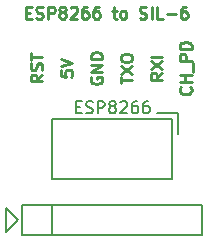
<source format=gbr>
G04 #@! TF.FileFunction,Legend,Top*
%FSLAX46Y46*%
G04 Gerber Fmt 4.6, Leading zero omitted, Abs format (unit mm)*
G04 Created by KiCad (PCBNEW (2015-03-11 BZR 5507)-product) date Thu 12 Mar 2015 01:37:59 PM CET*
%MOMM*%
G01*
G04 APERTURE LIST*
%ADD10C,0.100000*%
%ADD11C,0.250000*%
%ADD12C,0.200000*%
G04 APERTURE END LIST*
D10*
D11*
X171107143Y-105735238D02*
X171154762Y-105782857D01*
X171202381Y-105925714D01*
X171202381Y-106020952D01*
X171154762Y-106163810D01*
X171059524Y-106259048D01*
X170964286Y-106306667D01*
X170773810Y-106354286D01*
X170630952Y-106354286D01*
X170440476Y-106306667D01*
X170345238Y-106259048D01*
X170250000Y-106163810D01*
X170202381Y-106020952D01*
X170202381Y-105925714D01*
X170250000Y-105782857D01*
X170297619Y-105735238D01*
X171202381Y-105306667D02*
X170202381Y-105306667D01*
X170678571Y-105306667D02*
X170678571Y-104735238D01*
X171202381Y-104735238D02*
X170202381Y-104735238D01*
X171297619Y-104497143D02*
X171297619Y-103735238D01*
X171202381Y-103497143D02*
X170202381Y-103497143D01*
X170202381Y-103116190D01*
X170250000Y-103020952D01*
X170297619Y-102973333D01*
X170392857Y-102925714D01*
X170535714Y-102925714D01*
X170630952Y-102973333D01*
X170678571Y-103020952D01*
X170726190Y-103116190D01*
X170726190Y-103497143D01*
X171202381Y-102497143D02*
X170202381Y-102497143D01*
X170202381Y-102259048D01*
X170250000Y-102116190D01*
X170345238Y-102020952D01*
X170440476Y-101973333D01*
X170630952Y-101925714D01*
X170773810Y-101925714D01*
X170964286Y-101973333D01*
X171059524Y-102020952D01*
X171154762Y-102116190D01*
X171202381Y-102259048D01*
X171202381Y-102497143D01*
X168727381Y-104544761D02*
X168251190Y-104878095D01*
X168727381Y-105116190D02*
X167727381Y-105116190D01*
X167727381Y-104735237D01*
X167775000Y-104639999D01*
X167822619Y-104592380D01*
X167917857Y-104544761D01*
X168060714Y-104544761D01*
X168155952Y-104592380D01*
X168203571Y-104639999D01*
X168251190Y-104735237D01*
X168251190Y-105116190D01*
X167727381Y-104211428D02*
X168727381Y-103544761D01*
X167727381Y-103544761D02*
X168727381Y-104211428D01*
X168727381Y-103163809D02*
X167727381Y-103163809D01*
X165187381Y-105425714D02*
X165187381Y-104854285D01*
X166187381Y-105140000D02*
X165187381Y-105140000D01*
X165187381Y-104616190D02*
X166187381Y-103949523D01*
X165187381Y-103949523D02*
X166187381Y-104616190D01*
X165187381Y-103378095D02*
X165187381Y-103187618D01*
X165235000Y-103092380D01*
X165330238Y-102997142D01*
X165520714Y-102949523D01*
X165854048Y-102949523D01*
X166044524Y-102997142D01*
X166139762Y-103092380D01*
X166187381Y-103187618D01*
X166187381Y-103378095D01*
X166139762Y-103473333D01*
X166044524Y-103568571D01*
X165854048Y-103616190D01*
X165520714Y-103616190D01*
X165330238Y-103568571D01*
X165235000Y-103473333D01*
X165187381Y-103378095D01*
X162695000Y-104901904D02*
X162647381Y-104997142D01*
X162647381Y-105139999D01*
X162695000Y-105282857D01*
X162790238Y-105378095D01*
X162885476Y-105425714D01*
X163075952Y-105473333D01*
X163218810Y-105473333D01*
X163409286Y-105425714D01*
X163504524Y-105378095D01*
X163599762Y-105282857D01*
X163647381Y-105139999D01*
X163647381Y-105044761D01*
X163599762Y-104901904D01*
X163552143Y-104854285D01*
X163218810Y-104854285D01*
X163218810Y-105044761D01*
X163647381Y-104425714D02*
X162647381Y-104425714D01*
X163647381Y-103854285D01*
X162647381Y-103854285D01*
X163647381Y-103378095D02*
X162647381Y-103378095D01*
X162647381Y-103140000D01*
X162695000Y-102997142D01*
X162790238Y-102901904D01*
X162885476Y-102854285D01*
X163075952Y-102806666D01*
X163218810Y-102806666D01*
X163409286Y-102854285D01*
X163504524Y-102901904D01*
X163599762Y-102997142D01*
X163647381Y-103140000D01*
X163647381Y-103378095D01*
X160107381Y-104330476D02*
X160107381Y-104806667D01*
X160583571Y-104854286D01*
X160535952Y-104806667D01*
X160488333Y-104711429D01*
X160488333Y-104473333D01*
X160535952Y-104378095D01*
X160583571Y-104330476D01*
X160678810Y-104282857D01*
X160916905Y-104282857D01*
X161012143Y-104330476D01*
X161059762Y-104378095D01*
X161107381Y-104473333D01*
X161107381Y-104711429D01*
X161059762Y-104806667D01*
X161012143Y-104854286D01*
X160107381Y-103997143D02*
X161107381Y-103663810D01*
X160107381Y-103330476D01*
X158567381Y-104687619D02*
X158091190Y-105020953D01*
X158567381Y-105259048D02*
X157567381Y-105259048D01*
X157567381Y-104878095D01*
X157615000Y-104782857D01*
X157662619Y-104735238D01*
X157757857Y-104687619D01*
X157900714Y-104687619D01*
X157995952Y-104735238D01*
X158043571Y-104782857D01*
X158091190Y-104878095D01*
X158091190Y-105259048D01*
X158519762Y-104306667D02*
X158567381Y-104163810D01*
X158567381Y-103925714D01*
X158519762Y-103830476D01*
X158472143Y-103782857D01*
X158376905Y-103735238D01*
X158281667Y-103735238D01*
X158186429Y-103782857D01*
X158138810Y-103830476D01*
X158091190Y-103925714D01*
X158043571Y-104116191D01*
X157995952Y-104211429D01*
X157948333Y-104259048D01*
X157853095Y-104306667D01*
X157757857Y-104306667D01*
X157662619Y-104259048D01*
X157615000Y-104211429D01*
X157567381Y-104116191D01*
X157567381Y-103878095D01*
X157615000Y-103735238D01*
X157567381Y-103449524D02*
X157567381Y-102878095D01*
X158567381Y-103163810D02*
X157567381Y-103163810D01*
X157190476Y-99428571D02*
X157523810Y-99428571D01*
X157666667Y-99952381D02*
X157190476Y-99952381D01*
X157190476Y-98952381D01*
X157666667Y-98952381D01*
X158047619Y-99904762D02*
X158190476Y-99952381D01*
X158428572Y-99952381D01*
X158523810Y-99904762D01*
X158571429Y-99857143D01*
X158619048Y-99761905D01*
X158619048Y-99666667D01*
X158571429Y-99571429D01*
X158523810Y-99523810D01*
X158428572Y-99476190D01*
X158238095Y-99428571D01*
X158142857Y-99380952D01*
X158095238Y-99333333D01*
X158047619Y-99238095D01*
X158047619Y-99142857D01*
X158095238Y-99047619D01*
X158142857Y-99000000D01*
X158238095Y-98952381D01*
X158476191Y-98952381D01*
X158619048Y-99000000D01*
X159047619Y-99952381D02*
X159047619Y-98952381D01*
X159428572Y-98952381D01*
X159523810Y-99000000D01*
X159571429Y-99047619D01*
X159619048Y-99142857D01*
X159619048Y-99285714D01*
X159571429Y-99380952D01*
X159523810Y-99428571D01*
X159428572Y-99476190D01*
X159047619Y-99476190D01*
X160190476Y-99380952D02*
X160095238Y-99333333D01*
X160047619Y-99285714D01*
X160000000Y-99190476D01*
X160000000Y-99142857D01*
X160047619Y-99047619D01*
X160095238Y-99000000D01*
X160190476Y-98952381D01*
X160380953Y-98952381D01*
X160476191Y-99000000D01*
X160523810Y-99047619D01*
X160571429Y-99142857D01*
X160571429Y-99190476D01*
X160523810Y-99285714D01*
X160476191Y-99333333D01*
X160380953Y-99380952D01*
X160190476Y-99380952D01*
X160095238Y-99428571D01*
X160047619Y-99476190D01*
X160000000Y-99571429D01*
X160000000Y-99761905D01*
X160047619Y-99857143D01*
X160095238Y-99904762D01*
X160190476Y-99952381D01*
X160380953Y-99952381D01*
X160476191Y-99904762D01*
X160523810Y-99857143D01*
X160571429Y-99761905D01*
X160571429Y-99571429D01*
X160523810Y-99476190D01*
X160476191Y-99428571D01*
X160380953Y-99380952D01*
X160952381Y-99047619D02*
X161000000Y-99000000D01*
X161095238Y-98952381D01*
X161333334Y-98952381D01*
X161428572Y-99000000D01*
X161476191Y-99047619D01*
X161523810Y-99142857D01*
X161523810Y-99238095D01*
X161476191Y-99380952D01*
X160904762Y-99952381D01*
X161523810Y-99952381D01*
X162380953Y-98952381D02*
X162190476Y-98952381D01*
X162095238Y-99000000D01*
X162047619Y-99047619D01*
X161952381Y-99190476D01*
X161904762Y-99380952D01*
X161904762Y-99761905D01*
X161952381Y-99857143D01*
X162000000Y-99904762D01*
X162095238Y-99952381D01*
X162285715Y-99952381D01*
X162380953Y-99904762D01*
X162428572Y-99857143D01*
X162476191Y-99761905D01*
X162476191Y-99523810D01*
X162428572Y-99428571D01*
X162380953Y-99380952D01*
X162285715Y-99333333D01*
X162095238Y-99333333D01*
X162000000Y-99380952D01*
X161952381Y-99428571D01*
X161904762Y-99523810D01*
X163333334Y-98952381D02*
X163142857Y-98952381D01*
X163047619Y-99000000D01*
X163000000Y-99047619D01*
X162904762Y-99190476D01*
X162857143Y-99380952D01*
X162857143Y-99761905D01*
X162904762Y-99857143D01*
X162952381Y-99904762D01*
X163047619Y-99952381D01*
X163238096Y-99952381D01*
X163333334Y-99904762D01*
X163380953Y-99857143D01*
X163428572Y-99761905D01*
X163428572Y-99523810D01*
X163380953Y-99428571D01*
X163333334Y-99380952D01*
X163238096Y-99333333D01*
X163047619Y-99333333D01*
X162952381Y-99380952D01*
X162904762Y-99428571D01*
X162857143Y-99523810D01*
X164476191Y-99285714D02*
X164857143Y-99285714D01*
X164619048Y-98952381D02*
X164619048Y-99809524D01*
X164666667Y-99904762D01*
X164761905Y-99952381D01*
X164857143Y-99952381D01*
X165333334Y-99952381D02*
X165238096Y-99904762D01*
X165190477Y-99857143D01*
X165142858Y-99761905D01*
X165142858Y-99476190D01*
X165190477Y-99380952D01*
X165238096Y-99333333D01*
X165333334Y-99285714D01*
X165476192Y-99285714D01*
X165571430Y-99333333D01*
X165619049Y-99380952D01*
X165666668Y-99476190D01*
X165666668Y-99761905D01*
X165619049Y-99857143D01*
X165571430Y-99904762D01*
X165476192Y-99952381D01*
X165333334Y-99952381D01*
X166809525Y-99904762D02*
X166952382Y-99952381D01*
X167190478Y-99952381D01*
X167285716Y-99904762D01*
X167333335Y-99857143D01*
X167380954Y-99761905D01*
X167380954Y-99666667D01*
X167333335Y-99571429D01*
X167285716Y-99523810D01*
X167190478Y-99476190D01*
X167000001Y-99428571D01*
X166904763Y-99380952D01*
X166857144Y-99333333D01*
X166809525Y-99238095D01*
X166809525Y-99142857D01*
X166857144Y-99047619D01*
X166904763Y-99000000D01*
X167000001Y-98952381D01*
X167238097Y-98952381D01*
X167380954Y-99000000D01*
X167809525Y-99952381D02*
X167809525Y-98952381D01*
X168761906Y-99952381D02*
X168285715Y-99952381D01*
X168285715Y-98952381D01*
X169095239Y-99571429D02*
X169857144Y-99571429D01*
X170761906Y-98952381D02*
X170571429Y-98952381D01*
X170476191Y-99000000D01*
X170428572Y-99047619D01*
X170333334Y-99190476D01*
X170285715Y-99380952D01*
X170285715Y-99761905D01*
X170333334Y-99857143D01*
X170380953Y-99904762D01*
X170476191Y-99952381D01*
X170666668Y-99952381D01*
X170761906Y-99904762D01*
X170809525Y-99857143D01*
X170857144Y-99761905D01*
X170857144Y-99523810D01*
X170809525Y-99428571D01*
X170761906Y-99380952D01*
X170666668Y-99333333D01*
X170476191Y-99333333D01*
X170380953Y-99380952D01*
X170333334Y-99428571D01*
X170285715Y-99523810D01*
D12*
X156500000Y-117000000D02*
X155500000Y-116000000D01*
X155500000Y-116000000D02*
X155500000Y-118000000D01*
X155500000Y-118000000D02*
X156500000Y-117000000D01*
X156880000Y-118270000D02*
X156880000Y-115730000D01*
X156880000Y-115730000D02*
X172120000Y-115730000D01*
X172120000Y-115730000D02*
X172120000Y-118270000D01*
X172120000Y-118270000D02*
X156880000Y-118270000D01*
X159420000Y-118270000D02*
X159420000Y-115730000D01*
X170088000Y-107952000D02*
X170088000Y-109730000D01*
X168310000Y-107952000D02*
X170088000Y-107952000D01*
X169580000Y-108460000D02*
X169580000Y-113540000D01*
X159420000Y-108460000D02*
X169580000Y-108460000D01*
X169580000Y-113540000D02*
X159420000Y-113540000D01*
X159420000Y-113540000D02*
X159420000Y-108460000D01*
X161404762Y-107428571D02*
X161738096Y-107428571D01*
X161880953Y-107952381D02*
X161404762Y-107952381D01*
X161404762Y-106952381D01*
X161880953Y-106952381D01*
X162261905Y-107904762D02*
X162404762Y-107952381D01*
X162642858Y-107952381D01*
X162738096Y-107904762D01*
X162785715Y-107857143D01*
X162833334Y-107761905D01*
X162833334Y-107666667D01*
X162785715Y-107571429D01*
X162738096Y-107523810D01*
X162642858Y-107476190D01*
X162452381Y-107428571D01*
X162357143Y-107380952D01*
X162309524Y-107333333D01*
X162261905Y-107238095D01*
X162261905Y-107142857D01*
X162309524Y-107047619D01*
X162357143Y-107000000D01*
X162452381Y-106952381D01*
X162690477Y-106952381D01*
X162833334Y-107000000D01*
X163261905Y-107952381D02*
X163261905Y-106952381D01*
X163642858Y-106952381D01*
X163738096Y-107000000D01*
X163785715Y-107047619D01*
X163833334Y-107142857D01*
X163833334Y-107285714D01*
X163785715Y-107380952D01*
X163738096Y-107428571D01*
X163642858Y-107476190D01*
X163261905Y-107476190D01*
X164404762Y-107380952D02*
X164309524Y-107333333D01*
X164261905Y-107285714D01*
X164214286Y-107190476D01*
X164214286Y-107142857D01*
X164261905Y-107047619D01*
X164309524Y-107000000D01*
X164404762Y-106952381D01*
X164595239Y-106952381D01*
X164690477Y-107000000D01*
X164738096Y-107047619D01*
X164785715Y-107142857D01*
X164785715Y-107190476D01*
X164738096Y-107285714D01*
X164690477Y-107333333D01*
X164595239Y-107380952D01*
X164404762Y-107380952D01*
X164309524Y-107428571D01*
X164261905Y-107476190D01*
X164214286Y-107571429D01*
X164214286Y-107761905D01*
X164261905Y-107857143D01*
X164309524Y-107904762D01*
X164404762Y-107952381D01*
X164595239Y-107952381D01*
X164690477Y-107904762D01*
X164738096Y-107857143D01*
X164785715Y-107761905D01*
X164785715Y-107571429D01*
X164738096Y-107476190D01*
X164690477Y-107428571D01*
X164595239Y-107380952D01*
X165166667Y-107047619D02*
X165214286Y-107000000D01*
X165309524Y-106952381D01*
X165547620Y-106952381D01*
X165642858Y-107000000D01*
X165690477Y-107047619D01*
X165738096Y-107142857D01*
X165738096Y-107238095D01*
X165690477Y-107380952D01*
X165119048Y-107952381D01*
X165738096Y-107952381D01*
X166595239Y-106952381D02*
X166404762Y-106952381D01*
X166309524Y-107000000D01*
X166261905Y-107047619D01*
X166166667Y-107190476D01*
X166119048Y-107380952D01*
X166119048Y-107761905D01*
X166166667Y-107857143D01*
X166214286Y-107904762D01*
X166309524Y-107952381D01*
X166500001Y-107952381D01*
X166595239Y-107904762D01*
X166642858Y-107857143D01*
X166690477Y-107761905D01*
X166690477Y-107523810D01*
X166642858Y-107428571D01*
X166595239Y-107380952D01*
X166500001Y-107333333D01*
X166309524Y-107333333D01*
X166214286Y-107380952D01*
X166166667Y-107428571D01*
X166119048Y-107523810D01*
X167547620Y-106952381D02*
X167357143Y-106952381D01*
X167261905Y-107000000D01*
X167214286Y-107047619D01*
X167119048Y-107190476D01*
X167071429Y-107380952D01*
X167071429Y-107761905D01*
X167119048Y-107857143D01*
X167166667Y-107904762D01*
X167261905Y-107952381D01*
X167452382Y-107952381D01*
X167547620Y-107904762D01*
X167595239Y-107857143D01*
X167642858Y-107761905D01*
X167642858Y-107523810D01*
X167595239Y-107428571D01*
X167547620Y-107380952D01*
X167452382Y-107333333D01*
X167261905Y-107333333D01*
X167166667Y-107380952D01*
X167119048Y-107428571D01*
X167071429Y-107523810D01*
M02*

</source>
